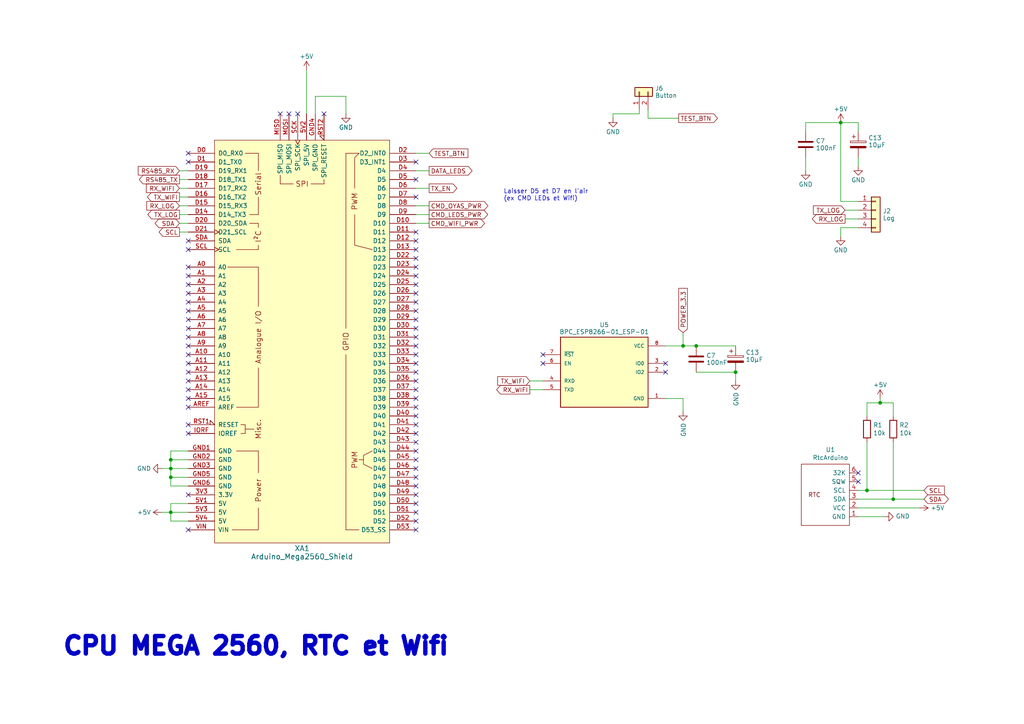
<source format=kicad_sch>
(kicad_sch (version 20230121) (generator eeschema)
  (paper "A4")
  (title_block (title "Commande des OYA - Maître RS485") (date "2025-05-25") (rev "C0") (company "BPC") (comment 1 "Extension Wifi (ESP01)") (comment 2 "Inteface LEDs RGB - Bouton - RTC") (comment 3 "Alim 12V - Sortie 12V pilotable - Bus RS485") (comment 4 "Maître RS485 avec alim 12 V commutée"))
  (lib_symbols
    (symbol "Connector_Generic:Conn_01x02" (pin_names (offset 1.016) hide)
      (property "Reference" "J" (at 0 2.54 0))
      (property "Value" "Conn_01x02" (at 0 -5.08 0))
      (symbol "Conn_01x02_1_1"
        (rectangle (start -1.27 -2.413) (end 0 -2.667) (stroke (width 0.1524)))
        (rectangle (start -1.27 0.127) (end 0 -0.127) (stroke (width 0.1524)))
        (rectangle (start -1.27 1.27) (end 1.27 -3.81) (stroke (width 0.254)) (fill (type background)))
        (pin passive line (at -5.08 0 0) (length 3.81) (name "Pin_1") (number "1"))
        (pin passive line (at -5.08 -2.54 0) (length 3.81) (name "Pin_2") (number "2"))
      )
    )
    (symbol "Connector_Generic:Conn_01x04" (pin_names (offset 1.016) hide)
      (property "Reference" "J" (at 0 5.08 0))
      (property "Value" "Conn_01x04" (at 0 -7.62 0))
      (symbol "Conn_01x04_1_1"
        (rectangle (start -1.27 -4.953) (end 0 -5.207) (stroke (width 0.1524)))
        (rectangle (start -1.27 -2.413) (end 0 -2.667) (stroke (width 0.1524)))
        (rectangle (start -1.27 0.127) (end 0 -0.127) (stroke (width 0.1524)))
        (rectangle (start -1.27 2.667) (end 0 2.413) (stroke (width 0.1524)))
        (rectangle (start -1.27 3.81) (end 1.27 -6.35) (stroke (width 0.254)) (fill (type background)))
        (pin passive line (at -5.08 2.54 0) (length 3.81) (name "Pin_1") (number "1"))
        (pin passive line (at -5.08 0 0) (length 3.81) (name "Pin_2") (number "2"))
        (pin passive line (at -5.08 -2.54 0) (length 3.81) (name "Pin_3") (number "3"))
        (pin passive line (at -5.08 -5.08 0) (length 3.81) (name "Pin_4") (number "4"))
      )
    )
    (symbol "Device:C" (pin_numbers hide) (pin_names (offset 0.254))
      (property "Reference" "C" (at 0.635 2.54 0))
      (property "Value" "C" (at 0.635 -2.54 0))
      (symbol "C_0_1"
        (polyline (pts (xy -2.032 -0.762) (xy 2.032 -0.762)) (stroke (width 0.508)))
        (polyline (pts (xy -2.032 0.762) (xy 2.032 0.762)) (stroke (width 0.508)))
      )
      (symbol "C_1_1"
        (pin passive line (at 0 3.81 270) (length 2.794) (name "~") (number "1"))
        (pin passive line (at 0 -3.81 90) (length 2.794) (name "~") (number "2"))
      )
    )
    (symbol "Device:C_Polarized" (pin_numbers hide) (pin_names (offset 0.254))
      (property "Reference" "C" (at 0.635 2.54 0))
      (property "Value" "C_Polarized" (at 0.635 -2.54 0))
      (symbol "C_Polarized_0_1"
        (rectangle (start -2.286 0.508) (end 2.286 1.016))
        (polyline (pts (xy -1.778 2.286) (xy -0.762 2.286)))
        (polyline (pts (xy -1.27 2.794) (xy -1.27 1.778)))
        (rectangle (start 2.286 -0.508) (end -2.286 -1.016) (fill (type outline)))
      )
      (symbol "C_Polarized_1_1"
        (pin passive line (at 0 3.81 270) (length 2.794) (name "~") (number "1"))
        (pin passive line (at 0 -3.81 90) (length 2.794) (name "~") (number "2"))
      )
    )
    (symbol "Device:R" (pin_numbers hide) (pin_names (offset 0))
      (property "Reference" "R" (at 2.032 0 90))
      (property "Value" "R" (at 0 0 90))
      (symbol "R_0_1"
        (rectangle (start -1.016 -2.54) (end 1.016 2.54) (stroke (width 0.254)))
      )
      (symbol "R_1_1"
        (pin passive line (at 0 3.81 270) (length 1.27) (name "~") (number "1"))
        (pin passive line (at 0 -3.81 90) (length 1.27) (name "~") (number "2"))
      )
    )
    (symbol "bpc:BPC_Arduino_Mega2560_Shield" (pin_names (offset 1.016))
      (property "Reference" "XA" (at 2.54 0 90))
      (property "Value" "Arduino_Mega2560_Shield" (at -2.54 0 90))
      (symbol "BPC_Arduino_Mega2560_Shield_0_0"
        (rectangle (start -25.4 -58.42) (end 25.4 58.42) (fill (type background)))
        (rectangle (start -20.32 -54.61) (end -12.7 -54.61))
        (rectangle (start -19.05 -31.75) (end -12.7 -31.75))
        (rectangle (start -19.05 -19.05) (end -12.7 -19.05))
        (rectangle (start -19.05 26.67) (end -12.7 26.67))
        (rectangle (start -17.78 -26.67) (end -16.51 -26.67))
        (rectangle (start -17.78 -24.13) (end -16.51 -24.13))
        (rectangle (start -16.51 -25.4) (end -13.97 -25.4))
        (rectangle (start -16.51 -24.13) (end -16.51 -26.67))
        (rectangle (start -16.51 54.61) (end -12.7 54.61))
        (rectangle (start -15.24 34.29) (end -12.7 34.29))
        (rectangle (start -15.24 36.83) (end -12.7 36.83))
        (rectangle (start -12.7 -54.61) (end -12.7 -48.26))
        (rectangle (start -12.7 -31.75) (end -12.7 -38.1))
        (rectangle (start -12.7 26.67) (end -12.7 27.94))
        (rectangle (start -12.7 34.29) (end -12.7 33.02))
        (rectangle (start -12.7 41.91) (end -12.7 36.83))
        (rectangle (start -12.7 49.53) (end -12.7 54.61))
        (rectangle (start -6.35 48.26) (end -6.35 45.72))
        (rectangle (start -2.54 45.72) (end -6.35 45.72))
        (polyline (pts (xy -21.59 21.59) (xy -12.7 21.59)))
        (polyline (pts (xy -12.7 -19.05) (xy -12.7 -7.62)))
        (polyline (pts (xy -12.7 10.16) (xy -12.7 21.59)))
        (polyline (pts (xy 12.7 -54.61) (xy 16.51 -54.61)))
        (polyline (pts (xy 12.7 54.61) (xy 16.51 54.61)))
        (polyline (pts (xy 17.78 -34.29) (xy 16.51 -34.29)))
        (polyline (pts (xy 15.24 36.83) (xy 15.24 27.94) (xy 20.32 26.67)))
        (polyline (pts (xy 15.24 44.45) (xy 15.24 53.34) (xy 16.51 54.61)))
        (polyline (pts (xy 20.32 -31.75) (xy 17.78 -33.02) (xy 17.78 -35.56) (xy 20.32 -36.83)))
        (rectangle (start 6.35 45.72) (end 2.54 45.72))
        (rectangle (start 6.35 46.99) (end 6.35 45.72))
        (text "Analogue I/O" (at -12.7 1.27 900) (effects (font (size 1.524 1.524))))
        (text "I²C" (at -12.7 30.48 900) (effects (font (size 1.524 1.524))))
        (text "Misc." (at -12.7 -25.4 900) (effects (font (size 1.524 1.524))))
        (text "Power" (at -12.7 -43.18 900) (effects (font (size 1.524 1.524))))
        (text "PWM" (at 15.24 -34.29 900) (effects (font (size 1.524 1.524))))
        (text "PWM" (at 15.24 40.64 900) (effects (font (size 1.524 1.524))))
        (text "Serial" (at -12.7 45.72 900) (effects (font (size 1.524 1.524))))
        (text "SPI" (at 0 45.72 0) (effects (font (size 1.524 1.524))))
      )
      (symbol "BPC_Arduino_Mega2560_Shield_1_0"
        (rectangle (start 12.7 -54.61) (end 12.7 -3.81))
        (rectangle (start 12.7 54.61) (end 12.7 3.81))
        (text "GPIO" (at 12.7 0 900) (effects (font (size 1.524 1.524))))
      )
      (symbol "BPC_Arduino_Mega2560_Shield_1_1"
        (pin power_in line (at -33.02 -44.45 0) (length 7.62) (name "3.3V") (number "3V3"))
        (pin power_in line (at -33.02 -46.99 0) (length 7.62) (name "5V") (number "5V1"))
        (pin power_in line (at 1.27 66.04 270) (length 7.62) (name "SPI_5V") (number "5V2"))
        (pin power_in line (at -33.02 -49.53 0) (length 7.62) (name "5V") (number "5V3"))
        (pin power_in line (at -33.02 -52.07 0) (length 7.62) (name "5V") (number "5V4"))
        (pin bidirectional line (at -33.02 21.59 0) (length 7.62) (name "A0") (number "A0"))
        (pin bidirectional line (at -33.02 19.05 0) (length 7.62) (name "A1") (number "A1"))
        (pin bidirectional line (at -33.02 -3.81 0) (length 7.62) (name "A10") (number "A10"))
        (pin bidirectional line (at -33.02 -6.35 0) (length 7.62) (name "A11") (number "A11"))
        (pin bidirectional line (at -33.02 -8.89 0) (length 7.62) (name "A12") (number "A12"))
        (pin bidirectional line (at -33.02 -11.43 0) (length 7.62) (name "A13") (number "A13"))
        (pin bidirectional line (at -33.02 -13.97 0) (length 7.62) (name "A14") (number "A14"))
        (pin bidirectional line (at -33.02 -16.51 0) (length 7.62) (name "A15") (number "A15"))
        (pin bidirectional line (at -33.02 16.51 0) (length 7.62) (name "A2") (number "A2"))
        (pin bidirectional line (at -33.02 13.97 0) (length 7.62) (name "A3") (number "A3"))
        (pin bidirectional line (at -33.02 11.43 0) (length 7.62) (name "A4") (number "A4"))
        (pin bidirectional line (at -33.02 8.89 0) (length 7.62) (name "A5") (number "A5"))
        (pin bidirectional line (at -33.02 6.35 0) (length 7.62) (name "A6") (number "A6"))
        (pin bidirectional line (at -33.02 3.81 0) (length 7.62) (name "A7") (number "A7"))
        (pin bidirectional line (at -33.02 1.27 0) (length 7.62) (name "A8") (number "A8"))
        (pin bidirectional line (at -33.02 -1.27 0) (length 7.62) (name "A9") (number "A9"))
        (pin input line (at -33.02 -19.05 0) (length 7.62) (name "AREF") (number "AREF"))
        (pin bidirectional line (at -33.02 54.61 0) (length 7.62) (name "D0_RX0") (number "D0"))
        (pin bidirectional line (at -33.02 52.07 0) (length 7.62) (name "D1_TX0") (number "D1"))
        (pin bidirectional line (at 33.02 34.29 180) (length 7.62) (name "D10") (number "D10"))
        (pin bidirectional line (at 33.02 31.75 180) (length 7.62) (name "D11") (number "D11"))
        (pin bidirectional line (at 33.02 29.21 180) (length 7.62) (name "D12") (number "D12"))
        (pin bidirectional line (at 33.02 26.67 180) (length 7.62) (name "D13") (number "D13"))
        (pin bidirectional line (at -33.02 36.83 0) (length 7.62) (name "D14_TX3") (number "D14"))
        (pin bidirectional line (at -33.02 39.37 0) (length 7.62) (name "D15_RX3") (number "D15"))
        (pin bidirectional line (at -33.02 41.91 0) (length 7.62) (name "D16_TX2") (number "D16"))
        (pin bidirectional line (at -33.02 44.45 0) (length 7.62) (name "D17_RX2") (number "D17"))
        (pin bidirectional line (at -33.02 46.99 0) (length 7.62) (name "D18_TX1") (number "D18"))
        (pin bidirectional line (at -33.02 49.53 0) (length 7.62) (name "D19_RX1") (number "D19"))
        (pin bidirectional line (at 33.02 54.61 180) (length 7.62) (name "D2_INT0") (number "D2"))
        (pin bidirectional line (at -33.02 34.29 0) (length 7.62) (name "D20_SDA") (number "D20"))
        (pin bidirectional clock (at -33.02 31.75 0) (length 7.62) (name "D21_SCL") (number "D21"))
        (pin bidirectional line (at 33.02 24.13 180) (length 7.62) (name "D22") (number "D22"))
        (pin bidirectional line (at 33.02 21.59 180) (length 7.62) (name "D23") (number "D23"))
        (pin bidirectional line (at 33.02 19.05 180) (length 7.62) (name "D24") (number "D24"))
        (pin bidirectional line (at 33.02 16.51 180) (length 7.62) (name "D25") (number "D25"))
        (pin bidirectional line (at 33.02 13.97 180) (length 7.62) (name "D26") (number "D26"))
        (pin bidirectional line (at 33.02 11.43 180) (length 7.62) (name "D27") (number "D27"))
        (pin bidirectional line (at 33.02 8.89 180) (length 7.62) (name "D28") (number "D28"))
        (pin bidirectional line (at 33.02 6.35 180) (length 7.62) (name "D29") (number "D29"))
        (pin bidirectional line (at 33.02 52.07 180) (length 7.62) (name "D3_INT1") (number "D3"))
        (pin bidirectional line (at 33.02 3.81 180) (length 7.62) (name "D30") (number "D30"))
        (pin bidirectional line (at 33.02 1.27 180) (length 7.62) (name "D31") (number "D31"))
        (pin bidirectional line (at 33.02 -1.27 180) (length 7.62) (name "D32") (number "D32"))
        (pin bidirectional line (at 33.02 -3.81 180) (length 7.62) (name "D33") (number "D33"))
        (pin bidirectional line (at 33.02 -6.35 180) (length 7.62) (name "D34") (number "D34"))
        (pin bidirectional line (at 33.02 -8.89 180) (length 7.62) (name "D35") (number "D35"))
        (pin bidirectional line (at 33.02 -11.43 180) (length 7.62) (name "D36") (number "D36"))
        (pin bidirectional line (at 33.02 -13.97 180) (length 7.62) (name "D37") (number "D37"))
        (pin bidirectional line (at 33.02 -16.51 180) (length 7.62) (name "D38") (number "D38"))
        (pin bidirectional line (at 33.02 -19.05 180) (length 7.62) (name "D39") (number "D39"))
        (pin bidirectional line (at 33.02 49.53 180) (length 7.62) (name "D4") (number "D4"))
        (pin bidirectional line (at 33.02 -21.59 180) (length 7.62) (name "D40") (number "D40"))
        (pin bidirectional line (at 33.02 -24.13 180) (length 7.62) (name "D41") (number "D41"))
        (pin bidirectional line (at 33.02 -26.67 180) (length 7.62) (name "D42") (number "D42"))
        (pin bidirectional line (at 33.02 -29.21 180) (length 7.62) (name "D43") (number "D43"))
        (pin bidirectional line (at 33.02 -31.75 180) (length 7.62) (name "D44") (number "D44"))
        (pin bidirectional line (at 33.02 -34.29 180) (length 7.62) (name "D45") (number "D45"))
        (pin bidirectional line (at 33.02 -36.83 180) (length 7.62) (name "D46") (number "D46"))
        (pin bidirectional line (at 33.02 -39.37 180) (length 7.62) (name "D47") (number "D47"))
        (pin bidirectional line (at 33.02 -41.91 180) (length 7.62) (name "D48") (number "D48"))
        (pin bidirectional line (at 33.02 -44.45 180) (length 7.62) (name "D49") (number "D49"))
        (pin bidirectional line (at 33.02 46.99 180) (length 7.62) (name "D5") (number "D5"))
        (pin bidirectional line (at 33.02 -46.99 180) (length 7.62) (name "D50") (number "D50"))
        (pin bidirectional line (at 33.02 -49.53 180) (length 7.62) (name "D51") (number "D51"))
        (pin bidirectional line (at 33.02 -52.07 180) (length 7.62) (name "D52") (number "D52"))
        (pin bidirectional line (at 33.02 -54.61 180) (length 7.62) (name "D53_SS") (number "D53"))
        (pin bidirectional line (at 33.02 44.45 180) (length 7.62) (name "D6") (number "D6"))
        (pin bidirectional line (at 33.02 41.91 180) (length 7.62) (name "D7") (number "D7"))
        (pin bidirectional line (at 33.02 39.37 180) (length 7.62) (name "D8") (number "D8"))
        (pin bidirectional line (at 33.02 36.83 180) (length 7.62) (name "D9") (number "D9"))
        (pin power_in line (at -33.02 -31.75 0) (length 7.62) (name "GND") (number "GND1"))
        (pin power_in line (at -33.02 -34.29 0) (length 7.62) (name "GND") (number "GND2"))
        (pin power_in line (at -33.02 -36.83 0) (length 7.62) (name "GND") (number "GND3"))
        (pin power_in line (at 3.81 66.04 270) (length 7.62) (name "SPI_GND") (number "GND4"))
        (pin power_in line (at -33.02 -39.37 0) (length 7.62) (name "GND") (number "GND5"))
        (pin power_in line (at -33.02 -41.91 0) (length 7.62) (name "GND") (number "GND6"))
        (pin output line (at -33.02 -26.67 0) (length 7.62) (name "IOREF") (number "IORF"))
        (pin input line (at -6.35 66.04 270) (length 7.62) (name "SPI_MISO") (number "MISO"))
        (pin output line (at -3.81 66.04 270) (length 7.62) (name "SPI_MOSI") (number "MOSI"))
        (pin open_collector input_low (at -33.02 -24.13 0) (length 7.62) (name "RESET") (number "RST1"))
        (pin open_collector input_low (at 6.35 66.04 270) (length 7.62) (name "SPI_RESET") (number "RST2"))
        (pin output clock (at -1.27 66.04 270) (length 7.62) (name "SPI_SCK") (number "SCK"))
        (pin bidirectional clock (at -33.02 26.67 0) (length 7.62) (name "SCL") (number "SCL"))
        (pin bidirectional line (at -33.02 29.21 0) (length 7.62) (name "SDA") (number "SDA"))
        (pin power_in line (at -33.02 -54.61 0) (length 7.62) (name "VIN") (number "VIN"))
      )
    )
    (symbol "bpc:BPC_ESP8266-01_ESP-01" (pin_names (offset 1.016))
      (property "Reference" "U" (at -12.7 10.668 0))
      (property "Value" "BPC_ESP8266-01_ESP-01" (at -12.7254 -12.7254 0))
      (symbol "BPC_ESP8266-01_ESP-01_0_0"
        (rectangle (start -12.7 -10.16) (end 12.7 10.16) (stroke (width 0.254)) (fill (type background)))
        (pin power_in line (at 17.78 -7.62 180) (length 5.08) (name "GND") (number "1"))
        (pin bidirectional line (at 17.78 0 180) (length 5.08) (name "IO2") (number "2"))
        (pin bidirectional line (at 17.78 2.54 180) (length 5.08) (name "IO0") (number "3"))
        (pin input line (at -17.78 -2.54 0) (length 5.08) (name "RXD") (number "4"))
        (pin output line (at -17.78 -5.08 0) (length 5.08) (name "TXD") (number "5"))
        (pin input line (at -17.78 2.54 0) (length 5.08) (name "EN") (number "6"))
        (pin input line (at -17.78 5.08 0) (length 5.08) (name "~{RST}") (number "7"))
        (pin power_in line (at 17.78 7.62 180) (length 5.08) (name "VCC") (number "8"))
      )
    )
    (symbol "bpc:RtcArduino" (pin_names (offset 1.016))
      (property "Reference" "U" (at 1.27 3.81 0))
      (property "Value" "RtcArduino" (at 5.08 1.27 0))
      (symbol "RtcArduino_0_0"
        (text "RTC" (at 10.16 -8.89 0) (effects (font (size 1.27 1.27))))
      )
      (symbol "RtcArduino_0_1"
        (rectangle (start 0 -17.78) (end 13.97 0))
      )
      (symbol "RtcArduino_1_1"
        (pin power_in line (at -2.54 -2.54 0) (length 2.54) (name "GND") (number "1"))
        (pin power_in line (at -2.54 -5.08 0) (length 2.54) (name "VCC") (number "2"))
        (pin bidirectional line (at -2.54 -7.62 0) (length 2.54) (name "SDA") (number "3"))
        (pin input line (at -2.54 -10.16 0) (length 2.54) (name "SCL") (number "4"))
        (pin unspecified line (at -2.54 -12.7 0) (length 2.54) (name "SQW") (number "5"))
        (pin unspecified line (at -2.54 -15.24 0) (length 2.54) (name "32K") (number "6"))
      )
    )
    (symbol "power:+5V" (power) (pin_names (offset 0))
      (property "Value" "+5V" (at 0 3.556 0))
      (symbol "+5V_0_1"
        (polyline (pts (xy -0.762 1.27) (xy 0 2.54)))
        (polyline (pts (xy 0 0) (xy 0 2.54)))
        (polyline (pts (xy 0 2.54) (xy 0.762 1.27)))
      )
      (symbol "+5V_1_1"
        (pin power_in line (at 0 0 90) (length 0) hide (name "+5V") (number "1"))
      )
    )
    (symbol "power:GND" (power) (pin_names (offset 0))
      (property "Value" "GND" (at 0 -3.81 0))
      (symbol "GND_0_1"
        (polyline (pts (xy 0 0) (xy 0 -1.27) (xy 1.27 -1.27) (xy 0 -2.54) (xy -1.27 -1.27) (xy 0 -1.27)))
      )
      (symbol "GND_1_1"
        (pin power_in line (at 0 0 270) (length 0) hide (name "GND") (number "1"))
      )
    )
  )
  (junction (at 49.53 148.59))
  (junction (at 213.36 107.95))
  (junction (at 255.27 116.84))
  (junction (at 251.46 142.24))
  (junction (at 49.53 135.89))
  (junction (at 198.12 100.33))
  (junction (at 259.08 144.78))
  (junction (at 49.53 133.35))
  (junction (at 243.84 35.56))
  (junction (at 49.53 138.43))
  (junction (at 201.93 100.33))
  (no_connect (at 120.65 74.93))
  (no_connect (at 54.61 90.17))
  (no_connect (at 54.61 95.25))
  (no_connect (at 120.65 105.41))
  (no_connect (at 120.65 113.03))
  (no_connect (at 54.61 87.63))
  (no_connect (at 120.65 72.39))
  (no_connect (at 54.61 77.47))
  (no_connect (at 54.61 125.73))
  (no_connect (at 120.65 57.15))
  (no_connect (at 120.65 143.51))
  (no_connect (at 54.61 115.57))
  (no_connect (at 93.98 33.02))
  (no_connect (at 120.65 140.97))
  (no_connect (at 54.61 72.39))
  (no_connect (at 120.65 135.89))
  (no_connect (at 120.65 77.47))
  (no_connect (at 54.61 92.71))
  (no_connect (at 54.61 105.41))
  (no_connect (at 54.61 44.45))
  (no_connect (at 120.65 138.43))
  (no_connect (at 120.65 92.71))
  (no_connect (at 248.92 137.16))
  (no_connect (at 193.04 105.41))
  (no_connect (at 120.65 67.31))
  (no_connect (at 120.65 125.73))
  (no_connect (at 120.65 128.27))
  (no_connect (at 157.48 102.87))
  (no_connect (at 81.28 33.02))
  (no_connect (at 54.61 143.51))
  (no_connect (at 120.65 123.19))
  (no_connect (at 54.61 107.95))
  (no_connect (at 86.36 33.02))
  (no_connect (at 54.61 69.85))
  (no_connect (at 120.65 87.63))
  (no_connect (at 54.61 123.19))
  (no_connect (at 120.65 115.57))
  (no_connect (at 54.61 80.01))
  (no_connect (at 120.65 153.67))
  (no_connect (at 120.65 80.01))
  (no_connect (at 193.04 107.95))
  (no_connect (at 54.61 100.33))
  (no_connect (at 120.65 151.13))
  (no_connect (at 54.61 110.49))
  (no_connect (at 54.61 153.67))
  (no_connect (at 54.61 102.87))
  (no_connect (at 120.65 69.85))
  (no_connect (at 120.65 130.81))
  (no_connect (at 120.65 148.59))
  (no_connect (at 54.61 82.55))
  (no_connect (at 120.65 85.09))
  (no_connect (at 83.82 33.02))
  (no_connect (at 54.61 46.99))
  (no_connect (at 120.65 90.17))
  (no_connect (at 157.48 105.41))
  (no_connect (at 120.65 102.87))
  (no_connect (at 120.65 120.65))
  (no_connect (at 120.65 146.05))
  (no_connect (at 120.65 110.49))
  (no_connect (at 54.61 97.79))
  (no_connect (at 120.65 97.79))
  (no_connect (at 120.65 107.95))
  (no_connect (at 120.65 100.33))
  (no_connect (at 120.65 46.99))
  (no_connect (at 54.61 85.09))
  (no_connect (at 120.65 133.35))
  (no_connect (at 54.61 113.03))
  (no_connect (at 248.92 139.7))
  (no_connect (at 120.65 95.25))
  (no_connect (at 120.65 82.55))
  (no_connect (at 120.65 118.11))
  (no_connect (at 54.61 118.11))
  (no_connect (at 120.65 52.07))
  (wire (pts (xy 153.67 110.49) (xy 157.48 110.49)))
  (wire (pts (xy 120.65 54.61) (xy 124.46 54.61)))
  (wire (pts (xy 259.08 116.84) (xy 255.27 116.84)))
  (wire (pts (xy 49.53 138.43) (xy 49.53 140.97)))
  (wire (pts (xy 49.53 148.59) (xy 54.61 148.59)))
  (wire (pts (xy 88.9 20.32) (xy 88.9 33.02)))
  (wire (pts (xy 243.84 58.42) (xy 248.92 58.42)))
  (wire (pts (xy 255.27 116.84) (xy 255.27 115.57)))
  (wire (pts (xy 49.53 130.81) (xy 54.61 130.81)))
  (wire (pts (xy 251.46 128.27) (xy 251.46 142.24)))
  (wire (pts (xy 120.65 49.53) (xy 124.46 49.53)))
  (wire (pts (xy 233.68 35.56) (xy 243.84 35.56)))
  (wire (pts (xy 49.53 135.89) (xy 54.61 135.89)))
  (wire (pts (xy 243.84 35.56) (xy 248.92 35.56)))
  (wire (pts (xy 248.92 147.32) (xy 266.7 147.32)))
  (wire (pts (xy 49.53 146.05) (xy 54.61 146.05)))
  (wire (pts (xy 46.99 135.89) (xy 49.53 135.89)))
  (wire (pts (xy 201.93 107.95) (xy 213.36 107.95)))
  (wire (pts (xy 198.12 100.33) (xy 201.93 100.33)))
  (wire (pts (xy 52.07 54.61) (xy 54.61 54.61)))
  (wire (pts (xy 49.53 135.89) (xy 49.53 138.43)))
  (wire (pts (xy 49.53 133.35) (xy 54.61 133.35)))
  (wire (pts (xy 243.84 66.04) (xy 248.92 66.04)))
  (wire (pts (xy 120.65 59.69) (xy 124.46 59.69)))
  (wire (pts (xy 193.04 115.57) (xy 198.12 115.57)))
  (wire (pts (xy 52.07 52.07) (xy 54.61 52.07)))
  (wire (pts (xy 153.67 113.03) (xy 157.48 113.03)))
  (wire (pts (xy 187.96 31.75) (xy 187.96 34.29)))
  (wire (pts (xy 259.08 144.78) (xy 267.97 144.78)))
  (wire (pts (xy 193.04 100.33) (xy 198.12 100.33)))
  (wire (pts (xy 52.07 67.31) (xy 54.61 67.31)))
  (wire (pts (xy 243.84 68.58) (xy 243.84 66.04)))
  (wire (pts (xy 213.36 107.95) (xy 213.36 110.49)))
  (wire (pts (xy 248.92 142.24) (xy 251.46 142.24)))
  (wire (pts (xy 52.07 59.69) (xy 54.61 59.69)))
  (wire (pts (xy 198.12 115.57) (xy 198.12 119.38)))
  (wire (pts (xy 245.11 63.5) (xy 248.92 63.5)))
  (wire (pts (xy 100.33 27.94) (xy 91.44 27.94)))
  (wire (pts (xy 248.92 45.72) (xy 248.92 48.26)))
  (wire (pts (xy 251.46 116.84) (xy 251.46 120.65)))
  (wire (pts (xy 49.53 133.35) (xy 49.53 130.81)))
  (wire (pts (xy 52.07 57.15) (xy 54.61 57.15)))
  (wire (pts (xy 243.84 35.56) (xy 243.84 58.42)))
  (wire (pts (xy 177.8 34.29) (xy 177.8 33.02)))
  (wire (pts (xy 54.61 140.97) (xy 49.53 140.97)))
  (wire (pts (xy 52.07 49.53) (xy 54.61 49.53)))
  (wire (pts (xy 49.53 148.59) (xy 49.53 146.05)))
  (wire (pts (xy 201.93 100.33) (xy 213.36 100.33)))
  (wire (pts (xy 49.53 138.43) (xy 54.61 138.43)))
  (wire (pts (xy 255.27 116.84) (xy 251.46 116.84)))
  (wire (pts (xy 46.99 148.59) (xy 49.53 148.59)))
  (wire (pts (xy 52.07 64.77) (xy 54.61 64.77)))
  (wire (pts (xy 259.08 120.65) (xy 259.08 116.84)))
  (wire (pts (xy 120.65 44.45) (xy 124.46 44.45)))
  (wire (pts (xy 100.33 33.02) (xy 100.33 27.94)))
  (wire (pts (xy 54.61 151.13) (xy 49.53 151.13)))
  (wire (pts (xy 248.92 35.56) (xy 248.92 38.1)))
  (wire (pts (xy 49.53 135.89) (xy 49.53 133.35)))
  (wire (pts (xy 91.44 27.94) (xy 91.44 33.02)))
  (wire (pts (xy 52.07 62.23) (xy 54.61 62.23)))
  (wire (pts (xy 248.92 149.86) (xy 256.54 149.86)))
  (wire (pts (xy 248.92 144.78) (xy 259.08 144.78)))
  (wire (pts (xy 49.53 151.13) (xy 49.53 148.59)))
  (wire (pts (xy 120.65 64.77) (xy 124.46 64.77)))
  (wire (pts (xy 245.11 60.96) (xy 248.92 60.96)))
  (wire (pts (xy 120.65 62.23) (xy 124.46 62.23)))
  (wire (pts (xy 233.68 38.1) (xy 233.68 35.56)))
  (wire (pts (xy 233.68 45.72) (xy 233.68 49.53)))
  (wire (pts (xy 259.08 128.27) (xy 259.08 144.78)))
  (wire (pts (xy 187.96 34.29) (xy 196.85 34.29)))
  (wire (pts (xy 185.42 31.75) (xy 185.42 33.02)))
  (wire (pts (xy 251.46 142.24) (xy 267.97 142.24)))
  (wire (pts (xy 198.12 100.33) (xy 198.12 96.52)))
  (wire (pts (xy 177.8 33.02) (xy 185.42 33.02)))
  (text "Laisser D5 et D7 en l'air\n(ex CMD LEDs et Wifi)" (at 146.05 58.42 0) (effects (font (size 1.27 1.27)) (justify left bottom)))
  (text "CPU MEGA 2560, RTC et Wifi" (at 17.78 190.5 0) (effects (font (size 5.08 5.08) (thickness 2.54) bold) (justify left bottom)))
  (global_label "TX_LOG" (shape input) (at 245.11 60.96 180) (property "Intersheetrefs" "${INTERSHEET_REFS}" (effects hide)))
  (global_label "RX_WIFI" (shape input) (at 52.07 54.61 180) (property "Intersheetrefs" "${INTERSHEET_REFS}" (effects hide)))
  (global_label "SCL" (shape input) (at 267.97 142.24 0) (property "Intersheetrefs" "${INTERSHEET_REFS}" (effects hide)))
  (global_label "TX_LOG" (shape output) (at 52.07 62.23 180) (property "Intersheetrefs" "${INTERSHEET_REFS}" (effects hide)))
  (global_label "RX_LOG" (shape input) (at 52.07 59.69 180) (property "Intersheetrefs" "${INTERSHEET_REFS}" (effects hide)))
  (global_label "POWER_3.3" (shape input) (at 198.12 96.52 90) (property "Intersheetrefs" "${INTERSHEET_REFS}" (effects hide)))
  (global_label "SDA" (shape bidirectional) (at 52.07 64.77 180) (property "Intersheetrefs" "${INTERSHEET_REFS}" (effects hide)))
  (global_label "TEST_BTN" (shape output) (at 196.85 34.29 0) (property "Intersheetrefs" "${INTERSHEET_REFS}" (effects hide)))
  (global_label "SDA" (shape bidirectional) (at 267.97 144.78 0) (property "Intersheetrefs" "${INTERSHEET_REFS}" (effects hide)))
  (global_label "RS485_RX" (shape input) (at 52.07 49.53 180) (property "Intersheetrefs" "${INTERSHEET_REFS}" (effects hide)))
  (global_label "TX_WIFI" (shape output) (at 52.07 57.15 180) (property "Intersheetrefs" "${INTERSHEET_REFS}" (effects hide)))
  (global_label "RX_LOG" (shape output) (at 245.11 63.5 180) (property "Intersheetrefs" "${INTERSHEET_REFS}" (effects hide)))
  (global_label "CMD_OYAS_PWR" (shape output) (at 124.46 59.69 0) (property "Intersheetrefs" "${INTERSHEET_REFS}" (effects hide)))
  (global_label "CMD_LEDS_PWR" (shape output) (at 124.46 62.23 0) (property "Intersheetrefs" "${INTERSHEET_REFS}" (effects hide)))
  (global_label "SCL" (shape output) (at 52.07 67.31 180) (property "Intersheetrefs" "${INTERSHEET_REFS}" (effects hide)))
  (global_label "RS485_TX" (shape output) (at 52.07 52.07 180) (property "Intersheetrefs" "${INTERSHEET_REFS}" (effects hide)))
  (global_label "TEST_BTN" (shape input) (at 124.46 44.45 0) (property "Intersheetrefs" "${INTERSHEET_REFS}" (effects hide)))
  (global_label "RX_WIFI" (shape output) (at 153.67 113.03 180) (property "Intersheetrefs" "${INTERSHEET_REFS}" (effects hide)))
  (global_label "TX_EN" (shape output) (at 124.46 54.61 0) (property "Intersheetrefs" "${INTERSHEET_REFS}" (effects hide)))
  (global_label "TX_WIFI" (shape input) (at 153.67 110.49 180) (property "Intersheetrefs" "${INTERSHEET_REFS}" (effects hide)))
  (global_label "CMD_WIFI_PWR" (shape output) (at 124.46 64.77 0) (property "Intersheetrefs" "${INTERSHEET_REFS}" (effects hide)))
  (global_label "DATA_LEDS" (shape output) (at 124.46 49.53 0) (property "Intersheetrefs" "${INTERSHEET_REFS}" (effects hide)))
  (symbol (lib_id "bpc:RtcArduino") (at 246.38 152.4 180) (unit 1)
    (property "Reference" "U1" (at 240.8682 130.429 0))
    (property "Value" "RtcArduino" (at 240.8682 132.7404 0))
    (property "Footprint" "bpc:BPC_RtcArduino" (effects hide))
  )
  (symbol (lib_id "bpc:BPC_Arduino_Mega2560_Shield") (at 87.63 99.06 0) (unit 1)
    (property "Reference" "XA1" (at 87.63 159.0516 0) (effects (font (size 1.524 1.524))))
    (property "Value" "Arduino_Mega2560_Shield" (at 87.63 161.4328 0) (effects (font (size 1.524 1.524))))
    (property "Footprint" "bpc:BPC_Arduino_Mega2560_Shield" (effects hide))
  )
  (symbol (lib_id "power:+5V") (at 88.9 20.32 0) (unit 1)
    (property "Reference" "#PWR034" (effects hide))
    (property "Value" "+5V" (at 88.9 16.375 0))
  )
  (symbol (lib_id "power:GND") (at 46.99 135.89 270) (unit 1)
    (property "Reference" "#PWR026" (effects hide))
    (property "Value" "GND" (at 43.8151 135.89 90) (effects (justify right)))
  )
  (symbol (lib_id "power:GND") (at 233.68 49.53 0) (unit 1)
    (property "Reference" "#PWR043" (effects hide))
    (property "Value" "GND" (at 233.68 53.475 0))
  )
  (symbol (lib_id "Connector_Generic:Conn_01x02") (at 185.42 26.67 90) (unit 1)
    (property "Reference" "J6" (at 189.992 25.646 90) (effects (justify right)))
    (property "Value" "Button" (at 189.992 27.694 90) (effects (justify right)))
    (property "Footprint" "Connector_PinHeader_2.54mm:PinHeader_1x02_P2.54mm_Vertical" (effects hide))
  )
  (symbol (lib_id "Connector_Generic:Conn_01x04") (at 254 60.96 0) (unit 1)
    (property "Reference" "J2" (at 256.032 61.206 0) (effects (justify left)))
    (property "Value" "Log" (at 256.032 63.254 0) (effects (justify left)))
    (property "Footprint" "Connector_JST:JST_XH_B4B-XH-AM_1x04_P2.50mm_Vertical" (effects hide))
  )
  (symbol (lib_id "Device:C") (at 201.93 104.14 0) (unit 1)
    (property "Reference" "C7" (at 204.851 103.116 0) (effects (justify left)))
    (property "Value" "100nF" (at 204.851 105.164 0) (effects (justify left)))
    (property "Footprint" "Capacitor_THT:C_Disc_D5.0mm_W2.5mm_P2.50mm" (effects hide))
    (instances (project "board_rs485_master" (path "" (reference "C7") (unit 1)) (path "" (reference "C1") (unit 1))))
  )
  (symbol (lib_id "power:GND") (at 256.54 149.86 90) (unit 1)
    (property "Reference" "#PWR04" (effects hide))
    (property "Value" "GND" (at 259.7912 149.733 90) (effects (justify right)))
    (instances (project "board_rs485_master" (path "" (reference "#PWR04") (unit 1)) (path "" (reference "#PWR05") (unit 1))))
  )
  (symbol (lib_id "power:+5V") (at 46.99 148.59 90) (unit 1)
    (property "Reference" "#PWR033" (effects hide))
    (property "Value" "+5V" (at 43.8151 148.59 90) (effects (justify left)))
  )
  (symbol (lib_id "power:GND") (at 198.12 119.38 0) (unit 1)
    (property "Reference" "#PWR020" (effects hide))
    (property "Value" "GND" (at 198.247 122.6312 90) (effects (justify right)))
    (instances (project "board_rs485_master" (path "" (reference "#PWR020") (unit 1)) (path "" (reference "#PWR017") (unit 1))))
  )
  (symbol (lib_id "power:GND") (at 213.36 110.49 0) (unit 1)
    (property "Reference" "#PWR020" (effects hide))
    (property "Value" "GND" (at 213.487 113.7412 90) (effects (justify right)))
    (instances (project "board_rs485_master" (path "" (reference "#PWR020") (unit 1)) (path "" (reference "#PWR018") (unit 1))))
  )
  (symbol (lib_id "bpc:BPC_ESP8266-01_ESP-01") (at 175.26 107.95 0) (unit 1)
    (property "Reference" "U5" (at 175.26 94.21 0))
    (property "Value" "BPC_ESP8266-01_ESP-01" (at 175.26 96.258 0))
    (property "Footprint" "bpc:BPC_XCVR_ESP8266-01_ESP-01" (effects hide))
    (property "MAXIMUM_PACKAGE_HEIGHT" "11.2 mm" (effects hide))
    (property "PARTREV" "V1.2" (effects hide))
    (property "STANDARD" "Manufacturer recommendations or IPC 7351B" (effects hide))
    (property "MANUFACTURER" "AI-Thinker" (effects hide))
    (instances (project "board_rs485_master" (path "" (reference "U5") (unit 1)) (path "" (reference "U3") (unit 1))))
  )
  (symbol (lib_id "Device:C_Polarized") (at 248.92 41.91 0) (unit 1)
    (property "Reference" "C13" (at 251.841 39.997 0) (effects (justify left)))
    (property "Value" "10µF" (at 251.841 42.045 0) (effects (justify left)))
    (property "Footprint" "Capacitor_THT:CP_Radial_D4.0mm_P2.00mm" (effects hide))
    (instances (project "board_rs485_master" (path "" (reference "C13") (unit 1)) (path "" (reference "C8") (unit 1)) (path "" (reference "C15") (unit 1))))
  )
  (symbol (lib_id "power:GND") (at 248.92 48.26 0) (unit 1)
    (property "Reference" "#PWR042" (effects hide))
    (property "Value" "GND" (at 248.92 52.205 0))
  )
  (symbol (lib_id "power:GND") (at 100.33 33.02 0) (unit 1)
    (property "Reference" "#PWR035" (effects hide))
    (property "Value" "GND" (at 100.33 36.965 0))
  )
  (symbol (lib_id "power:+5V") (at 243.84 35.56 0) (unit 1)
    (property "Reference" "#PWR010" (effects hide))
    (property "Value" "+5V" (at 243.84 31.615 0))
    (instances (project "board_rs485_master" (path "" (reference "#PWR010") (unit 1)) (path "" (reference "#PWR039") (unit 1))))
  )
  (symbol (lib_id "Device:R") (at 251.46 124.46 0) (unit 1)
    (property "Reference" "R1" (at 253.238 123.2916 0) (effects (justify left)))
    (property "Value" "10k" (at 253.238 125.603 0) (effects (justify left)))
    (property "Footprint" "Resistor_THT:R_Axial_DIN0204_L3.6mm_D1.6mm_P7.62mm_Horizontal" (effects hide))
  )
  (symbol (lib_id "power:+5V") (at 266.7 147.32 270) (unit 1)
    (property "Reference" "#PWR010" (effects hide))
    (property "Value" "+5V" (at 269.875 147.32 90) (effects (justify left)))
    (instances (project "board_rs485_master" (path "" (reference "#PWR010") (unit 1)) (path "" (reference "#PWR027") (unit 1))))
  )
  (symbol (lib_id "power:GND") (at 243.84 68.58 0) (unit 1)
    (property "Reference" "#PWR041" (effects hide))
    (property "Value" "GND" (at 243.84 72.525 0))
  )
  (symbol (lib_id "Device:C_Polarized") (at 213.36 104.14 0) (unit 1)
    (property "Reference" "C13" (at 216.281 102.227 0) (effects (justify left)))
    (property "Value" "10µF" (at 216.281 104.275 0) (effects (justify left)))
    (property "Footprint" "Capacitor_THT:CP_Radial_D4.0mm_P2.00mm" (effects hide))
    (instances (project "board_rs485_master" (path "" (reference "C13") (unit 1)) (path "" (reference "C8") (unit 1)) (path "" (reference "C2") (unit 1))))
  )
  (symbol (lib_id "Device:C") (at 233.68 41.91 0) (unit 1)
    (property "Reference" "C7" (at 236.601 40.886 0) (effects (justify left)))
    (property "Value" "100nF" (at 236.601 42.934 0) (effects (justify left)))
    (property "Footprint" "Capacitor_THT:C_Disc_D5.0mm_W2.5mm_P2.50mm" (effects hide))
    (instances (project "board_rs485_master" (path "" (reference "C7") (unit 1)) (path "" (reference "C14") (unit 1))))
  )
  (symbol (lib_id "power:GND") (at 177.8 34.29 0) (unit 1)
    (property "Reference" "#PWR036" (effects hide))
    (property "Value" "GND" (at 177.8 38.235 0))
  )
  (symbol (lib_id "power:+5V") (at 255.27 115.57 0) (unit 1)
    (property "Reference" "#PWR010" (effects hide))
    (property "Value" "+5V" (at 255.27 111.625 0))
    (instances (project "board_rs485_master" (path "" (reference "#PWR010") (unit 1)) (path "" (reference "#PWR04") (unit 1))))
  )
  (symbol (lib_id "Device:R") (at 259.08 124.46 0) (unit 1)
    (property "Reference" "R2" (at 260.858 123.2916 0) (effects (justify left)))
    (property "Value" "10k" (at 260.858 125.603 0) (effects (justify left)))
    (property "Footprint" "Resistor_THT:R_Axial_DIN0204_L3.6mm_D1.6mm_P7.62mm_Horizontal" (effects hide))
  )
)
</source>
